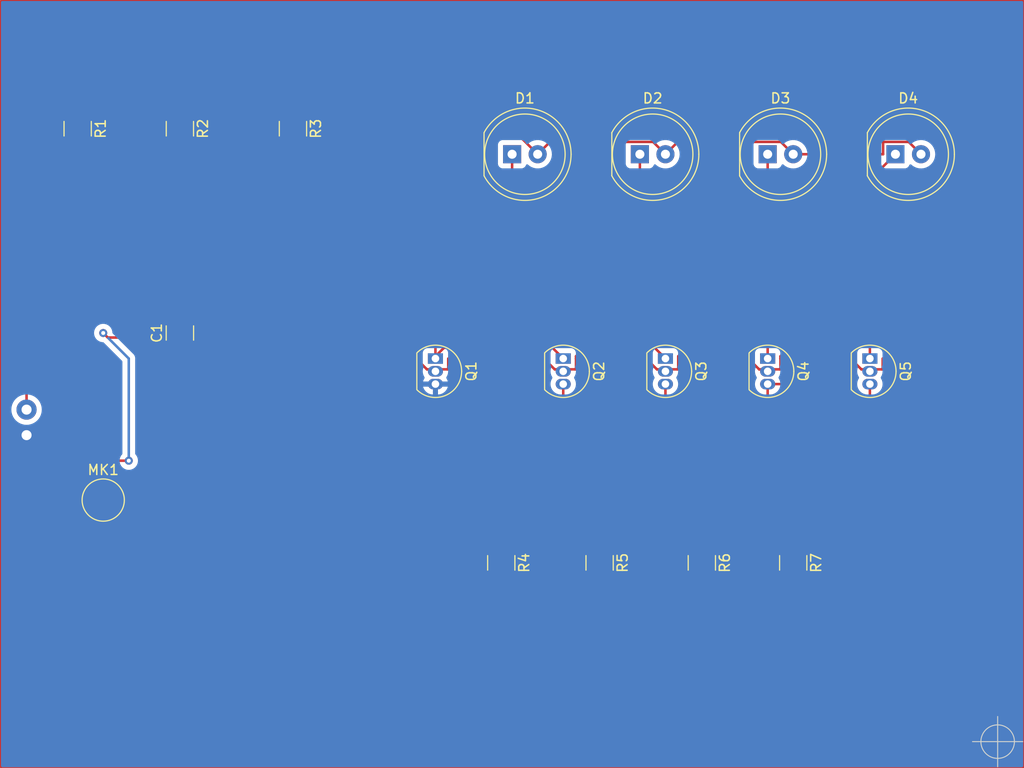
<source format=kicad_pcb>
(kicad_pcb (version 20211014) (generator pcbnew)
  (layers (0 "F.Cu" signal) (31 "B.Cu" signal) (34 "B.Paste" user) (35 "F.Paste" user) (36 "B.SilkS" user "B.Silkscreen") (37 "F.SilkS" user "F.Silkscreen") (38 "B.Mask" user) (39 "F.Mask" user) (44 "Edge.Cuts" user))
  (net 0 "")
  (net 1 "Net-(C1-Pad1)")
  (net 2 "Net-(C1-Pad2)")
  (net 3 "Net-(D1-Pad1)")
  (net 4 "+9V")
  (net 5 "Net-(D2-Pad1)")
  (net 6 "Net-(D3-Pad1)")
  (net 7 "Net-(D4-Pad1)")
  (net 8 "GND")
  (net 9 "Net-(Q1-Pad1)")
  (net 10 "Net-(Q2-Pad3)")
  (net 11 "Net-(Q3-Pad3)")
  (net 12 "Net-(Q4-Pad3)")
  (net 13 "Net-(Q5-Pad3)")
  (net 14 "Net-(R1-Pad2)")
  (footprint "Sensor_Audio:CUI_CMC-4013-SMT" (layer "F.Cu") (at 165.1 128.375)
    (fp_text reference "MK1" (at 0 -3) (layer "F.SilkS"))
    (fp_text value "Microphone")
    (fp_circle (center 0 0) (end 2.1 0) (layer "F.SilkS") (width 0.12) (fill none))
    (pad "1" smd custom locked (at 0 -1.375) (size 0.75 0.75) (layers "F.Cu" "F.Paste" "F.Mask") (net 8 "GND") (options (clearance outline) (anchor circle)) (primitives (gr_circle (center 0 1.375) (end 1.375 1.375) (width 0.75))))
    (pad "2" smd circle locked (at 0 0) (size 1 1) (layers "F.Cu" "F.Paste" "F.Mask") (net 1 "Net-(C1-Pad1)"))
  )
  (footprint "LED_THT:LED_D8.0mm" (layer "F.Cu") (at 231.14 93.98)
    (fp_text reference "D3" (at 1.27 -5.56) (layer "F.SilkS"))
    (fp_text value "LED")
    (fp_line (start -2.79 -2.142) (end -2.79 2.142) (layer "F.SilkS") (width 0.12))
    (fp_arc (start -2.79 -2.141145) (mid 2.373119 -4.455472) (end 5.86 0.000486) (layer "F.SilkS") (width 0.12))
    (fp_arc (start 5.86 -0.000486) (mid 2.373119 4.455472) (end -2.79 2.141145) (layer "F.SilkS") (width 0.12))
    (fp_circle (center 1.27 0) (end 5.27 0) (layer "F.SilkS") (width 0.12) (fill none))
    (pad "1" thru_hole rect locked (at 0 0) (size 1.8 1.8) (drill 0.9) (layers *.Cu *.Mask) (net 6 "Net-(D3-Pad1)"))
    (pad "2" thru_hole circle locked (at 2.54 0) (size 1.8 1.8) (drill 0.9) (layers *.Cu *.Mask) (net 4 "+9V"))
  )
  (footprint "Resistor_SMD:R_1210_3225Metric" (layer "F.Cu") (at 183.9575 91.44 -90)
    (fp_text reference "R3" (at 0 -2.28 90) (layer "F.SilkS"))
    (fp_text value "10k")
    (fp_line (start -0.723737 1.355) (end 0.723737 1.355) (layer "F.SilkS") (width 0.12))
    (fp_line (start -0.723737 -1.355) (end 0.723737 -1.355) (layer "F.SilkS") (width 0.12))
    (pad "1" smd roundrect locked (at -1.4625 0 270) (size 1.125 2.65) (layers "F.Cu" "F.Paste" "F.Mask") (roundrect_rratio 0.2222222222) (net 4 "+9V"))
    (pad "2" smd roundrect locked (at 1.4625 0 270) (size 1.125 2.65) (layers "F.Cu" "F.Paste" "F.Mask") (roundrect_rratio 0.2222222222) (net 9 "Net-(Q1-Pad1)"))
  )
  (footprint "Package_TO_SOT_THT:TO-92_Inline" (layer "F.Cu") (at 231.14 114.3 -90)
    (fp_text reference "Q4" (at 1.27 -3.56 90) (layer "F.SilkS"))
    (fp_text value "BC547")
    (fp_line (start -0.53 1.85) (end 3.07 1.85) (layer "F.SilkS") (width 0.12))
    (fp_arc (start 1.27 -2.6) (mid 3.672087 -0.994977) (end 3.108478 1.838478) (layer "F.SilkS") (width 0.12))
    (fp_arc (start -0.568478 1.838478) (mid -1.132087 -0.994977) (end 1.27 -2.6) (layer "F.SilkS") (width 0.12))
    (pad "1" thru_hole rect locked (at 0 0 270) (size 1.05 1.5) (drill 0.75) (layers *.Cu *.Mask) (net 6 "Net-(D3-Pad1)"))
    (pad "2" thru_hole oval locked (at 1.27 0 270) (size 1.05 1.5) (drill 0.75) (layers *.Cu *.Mask) (net 9 "Net-(Q1-Pad1)"))
    (pad "3" thru_hole oval locked (at 2.54 0 270) (size 1.05 1.5) (drill 0.75) (layers *.Cu *.Mask) (net 12 "Net-(Q4-Pad3)"))
  )
  (footprint "Package_TO_SOT_THT:TO-92_Inline" (layer "F.Cu") (at 220.98 114.3 -90)
    (fp_text reference "Q3" (at 1.27 -3.56 90) (layer "F.SilkS"))
    (fp_text value "BC547")
    (fp_line (start -0.53 1.85) (end 3.07 1.85) (layer "F.SilkS") (width 0.12))
    (fp_arc (start -0.568478 1.838478) (mid -1.132087 -0.994977) (end 1.27 -2.6) (layer "F.SilkS") (width 0.12))
    (fp_arc (start 1.27 -2.6) (mid 3.672087 -0.994977) (end 3.108478 1.838478) (layer "F.SilkS") (width 0.12))
    (pad "1" thru_hole rect locked (at 0 0 270) (size 1.05 1.5) (drill 0.75) (layers *.Cu *.Mask) (net 5 "Net-(D2-Pad1)"))
    (pad "2" thru_hole oval locked (at 1.27 0 270) (size 1.05 1.5) (drill 0.75) (layers *.Cu *.Mask) (net 9 "Net-(Q1-Pad1)"))
    (pad "3" thru_hole oval locked (at 2.54 0 270) (size 1.05 1.5) (drill 0.75) (layers *.Cu *.Mask) (net 11 "Net-(Q3-Pad3)"))
  )
  (footprint "LED_THT:LED_D8.0mm" (layer "F.Cu") (at 243.84 93.98)
    (fp_text reference "D4" (at 1.27 -5.56) (layer "F.SilkS"))
    (fp_text value "LED")
    (fp_line (start -2.79 -2.142) (end -2.79 2.142) (layer "F.SilkS") (width 0.12))
    (fp_arc (start -2.79 -2.141145) (mid 2.373119 -4.455472) (end 5.86 0.000486) (layer "F.SilkS") (width 0.12))
    (fp_arc (start 5.86 -0.000486) (mid 2.373119 4.455472) (end -2.79 2.141145) (layer "F.SilkS") (width 0.12))
    (fp_circle (center 1.27 0) (end 5.27 0) (layer "F.SilkS") (width 0.12) (fill none))
    (pad "1" thru_hole rect locked (at 0 0) (size 1.8 1.8) (drill 0.9) (layers *.Cu *.Mask) (net 7 "Net-(D4-Pad1)"))
    (pad "2" thru_hole circle locked (at 2.54 0) (size 1.8 1.8) (drill 0.9) (layers *.Cu *.Mask) (net 4 "+9V"))
  )
  (footprint "LED_THT:LED_D8.0mm" (layer "F.Cu") (at 218.44 93.98)
    (fp_text reference "D2" (at 1.27 -5.56) (layer "F.SilkS"))
    (fp_text value "LED")
    (fp_line (start -2.79 -2.142) (end -2.79 2.142) (layer "F.SilkS") (width 0.12))
    (fp_arc (start -2.79 -2.141145) (mid 2.373119 -4.455472) (end 5.86 0.000486) (layer "F.SilkS") (width 0.12))
    (fp_arc (start 5.86 -0.000486) (mid 2.373119 4.455472) (end -2.79 2.141145) (layer "F.SilkS") (width 0.12))
    (fp_circle (center 1.27 0) (end 5.27 0) (layer "F.SilkS") (width 0.12) (fill none))
    (pad "1" thru_hole rect locked (at 0 0) (size 1.8 1.8) (drill 0.9) (layers *.Cu *.Mask) (net 5 "Net-(D2-Pad1)"))
    (pad "2" thru_hole circle locked (at 2.54 0) (size 1.8 1.8) (drill 0.9) (layers *.Cu *.Mask) (net 4 "+9V"))
  )
  (footprint "Package_TO_SOT_THT:TO-92_Inline" (layer "F.Cu") (at 241.3 114.3 -90)
    (fp_text reference "Q5" (at 1.27 -3.56 90) (layer "F.SilkS"))
    (fp_text value "BC547")
    (fp_line (start -0.53 1.85) (end 3.07 1.85) (layer "F.SilkS") (width 0.12))
    (fp_arc (start -0.568478 1.838478) (mid -1.132087 -0.994977) (end 1.27 -2.6) (layer "F.SilkS") (width 0.12))
    (fp_arc (start 1.27 -2.6) (mid 3.672087 -0.994977) (end 3.108478 1.838478) (layer "F.SilkS") (width 0.12))
    (pad "1" thru_hole rect locked (at 0 0 270) (size 1.05 1.5) (drill 0.75) (layers *.Cu *.Mask) (net 7 "Net-(D4-Pad1)"))
    (pad "2" thru_hole oval locked (at 1.27 0 270) (size 1.05 1.5) (drill 0.75) (layers *.Cu *.Mask) (net 9 "Net-(Q1-Pad1)"))
    (pad "3" thru_hole oval locked (at 2.54 0 270) (size 1.05 1.5) (drill 0.75) (layers *.Cu *.Mask) (net 13 "Net-(Q5-Pad3)"))
  )
  (footprint "Package_TO_SOT_THT:TO-92_Inline" (layer "F.Cu") (at 198.12 114.3 -90)
    (fp_text reference "Q1" (at 1.27 -3.56 90) (layer "F.SilkS"))
    (fp_text value "BC547")
    (fp_line (start -0.53 1.85) (end 3.07 1.85) (layer "F.SilkS") (width 0.12))
    (fp_arc (start -0.568478 1.838478) (mid -1.132087 -0.994977) (end 1.27 -2.6) (layer "F.SilkS") (width 0.12))
    (fp_arc (start 1.27 -2.6) (mid 3.672087 -0.994977) (end 3.108478 1.838478) (layer "F.SilkS") (width 0.12))
    (pad "1" thru_hole rect locked (at 0 0 270) (size 1.05 1.5) (drill 0.75) (layers *.Cu *.Mask) (net 9 "Net-(Q1-Pad1)"))
    (pad "2" thru_hole oval locked (at 1.27 0 270) (size 1.05 1.5) (drill 0.75) (layers *.Cu *.Mask) (net 2 "Net-(C1-Pad2)"))
    (pad "3" thru_hole oval locked (at 2.54 0 270) (size 1.05 1.5) (drill 0.75) (layers *.Cu *.Mask) (net 8 "GND"))
  )
  (footprint "LED_THT:LED_D8.0mm" (layer "F.Cu") (at 205.74 93.98)
    (fp_text reference "D1" (at 1.27 -5.56) (layer "F.SilkS"))
    (fp_text value "LED")
    (fp_line (start -2.79 -2.142) (end -2.79 2.142) (layer "F.SilkS") (width 0.12))
    (fp_arc (start 5.86 -0.000486) (mid 2.373119 4.455472) (end -2.79 2.141145) (layer "F.SilkS") (width 0.12))
    (fp_arc (start -2.79 -2.141145) (mid 2.373119 -4.455472) (end 5.86 0.000486) (layer "F.SilkS") (width 0.12))
    (fp_circle (center 1.27 0) (end 5.27 0) (layer "F.SilkS") (width 0.12) (fill none))
    (pad "1" thru_hole rect locked (at 0 0) (size 1.8 1.8) (drill 0.9) (layers *.Cu *.Mask) (net 3 "Net-(D1-Pad1)"))
    (pad "2" thru_hole circle locked (at 2.54 0) (size 1.8 1.8) (drill 0.9) (layers *.Cu *.Mask) (net 4 "+9V"))
  )
  (footprint "Resistor_SMD:R_1210_3225Metric" (layer "F.Cu") (at 233.68 134.62 -90)
    (fp_text reference "R7" (at 0 -2.28 90) (layer "F.SilkS"))
    (fp_text value "1k")
    (fp_line (start -0.723737 1.355) (end 0.723737 1.355) (layer "F.SilkS") (width 0.12))
    (fp_line (start -0.723737 -1.355) (end 0.723737 -1.355) (layer "F.SilkS") (width 0.12))
    (pad "1" smd roundrect locked (at -1.4625 0 270) (size 1.125 2.65) (layers "F.Cu" "F.Paste" "F.Mask") (roundrect_rratio 0.2222222222) (net 13 "Net-(Q5-Pad3)"))
    (pad "2" smd roundrect locked (at 1.4625 0 270) (size 1.125 2.65) (layers "F.Cu" "F.Paste" "F.Mask") (roundrect_rratio 0.2222222222) (net 8 "GND"))
  )
  (footprint "Resistor_SMD:R_1210_3225Metric" (layer "F.Cu") (at 162.56 91.44 -90)
    (fp_text reference "R1" (at 0 -2.28 90) (layer "F.SilkS"))
    (fp_text value "10k")
    (fp_line (start -0.723737 -1.355) (end 0.723737 -1.355) (layer "F.SilkS") (width 0.12))
    (fp_line (start -0.723737 1.355) (end 0.723737 1.355) (layer "F.SilkS") (width 0.12))
    (pad "1" smd roundrect locked (at -1.4625 0 270) (size 1.125 2.65) (layers "F.Cu" "F.Paste" "F.Mask") (roundrect_rratio 0.2222222222) (net 4 "+9V"))
    (pad "2" smd roundrect locked (at 1.4625 0 270) (size 1.125 2.65) (layers "F.Cu" "F.Paste" "F.Mask") (roundrect_rratio 0.2222222222) (net 1 "Net-(C1-Pad1)"))
  )
  (footprint "Capacitor_SMD:C_1210_3225Metric" (layer "F.Cu") (at 172.72 111.76 90)
    (fp_text reference "C1" (at 0 -2.3 90) (layer "F.SilkS"))
    (fp_text value "100n")
    (fp_line (start -0.711252 -1.36) (end 0.711252 -1.36) (layer "F.SilkS") (width 0.12))
    (fp_line (start -0.711252 1.36) (end 0.711252 1.36) (layer "F.SilkS") (width 0.12))
    (pad "1" smd roundrect locked (at -1.475 0 90) (size 1.15 2.7) (layers "F.Cu" "F.Paste" "F.Mask") (roundrect_rratio 0.2173913043) (net 1 "Net-(C1-Pad1)"))
    (pad "2" smd roundrect locked (at 1.475 0 90) (size 1.15 2.7) (layers "F.Cu" "F.Paste" "F.Mask") (roundrect_rratio 0.2173913043) (net 2 "Net-(C1-Pad2)"))
  )
  (footprint "Package_TO_SOT_THT:TO-92_Inline" (layer "F.Cu") (at 210.82 114.3 -90)
    (fp_text reference "Q2" (at 1.27 -3.56 90) (layer "F.SilkS"))
    (fp_text value "BC547")
    (fp_line (start -0.53 1.85) (end 3.07 1.85) (layer "F.SilkS") (width 0.12))
    (fp_arc (start -0.568478 1.838478) (mid -1.132087 -0.994977) (end 1.27 -2.6) (layer "F.SilkS") (width 0.12))
    (fp_arc (start 1.27 -2.6) (mid 3.672087 -0.994977) (end 3.108478 1.838478) (layer "F.SilkS") (width 0.12))
    (pad "1" thru_hole rect locked (at 0 0 270) (size 1.05 1.5) (drill 0.75) (layers *.Cu *.Mask) (net 3 "Net-(D1-Pad1)"))
    (pad "2" thru_hole oval locked (at 1.27 0 270) (size 1.05 1.5) (drill 0.75) (layers *.Cu *.Mask) (net 9 "Net-(Q1-Pad1)"))
    (pad "3" thru_hole oval locked (at 2.54 0 270) (size 1.05 1.5) (drill 0.75) (layers *.Cu *.Mask) (net 10 "Net-(Q2-Pad3)"))
  )
  (footprint "Resistor_SMD:R_1210_3225Metric" (layer "F.Cu") (at 224.5975 134.62 -90)
    (fp_text reference "R6" (at 0 -2.28 90) (layer "F.SilkS"))
    (fp_text value "1k")
    (fp_line (start -0.723737 -1.355) (end 0.723737 -1.355) (layer "F.SilkS") (width 0.12))
    (fp_line (start -0.723737 1.355) (end 0.723737 1.355) (layer "F.SilkS") (width 0.12))
    (pad "1" smd roundrect locked (at -1.4625 0 270) (size 1.125 2.65) (layers "F.Cu" "F.Paste" "F.Mask") (roundrect_rratio 0.2222222222) (net 12 "Net-(Q4-Pad3)"))
    (pad "2" smd roundrect locked (at 1.4625 0 270) (size 1.125 2.65) (layers "F.Cu" "F.Paste" "F.Mask") (roundrect_rratio 0.2222222222) (net 8 "GND"))
  )
  (footprint "Resistor_SMD:R_1210_3225Metric" (layer "F.Cu") (at 204.6625 134.62 -90)
    (fp_text reference "R4" (at 0 -2.28 90) (layer "F.SilkS"))
    (fp_text value "1k")
    (fp_line (start -0.723737 1.355) (end 0.723737 1.355) (layer "F.SilkS") (width 0.12))
    (fp_line (start -0.723737 -1.355) (end 0.723737 -1.355) (layer "F.SilkS") (width 0.12))
    (pad "1" smd roundrect locked (at -1.4625 0 270) (size 1.125 2.65) (layers "F.Cu" "F.Paste" "F.Mask") (roundrect_rratio 0.2222222222) (net 10 "Net-(Q2-Pad3)"))
    (pad "2" smd roundrect locked (at 1.4625 0 270) (size 1.125 2.65) (layers "F.Cu" "F.Paste" "F.Mask") (roundrect_rratio 0.2222222222) (net 8 "GND"))
  )
  (footprint "Resistor_SMD:R_1210_3225Metric" (layer "F.Cu") (at 172.72 91.44 -90)
    (fp_text reference "R2" (at 0 -2.28 90) (layer "F.SilkS"))
    (fp_text value "1M")
    (fp_line (start -0.723737 -1.355) (end 0.723737 -1.355) (layer "F.SilkS") (width 0.12))
    (fp_line (start -0.723737 1.355) (end 0.723737 1.355) (layer "F.SilkS") (width 0.12))
    (pad "1" smd roundrect locked (at -1.4625 0 270) (size 1.125 2.65) (layers "F.Cu" "F.Paste" "F.Mask") (roundrect_rratio 0.2222222222) (net 4 "+9V"))
    (pad "2" smd roundrect locked (at 1.4625 0 270) (size 1.125 2.65) (layers "F.Cu" "F.Paste" "F.Mask") (roundrect_rratio 0.2222222222) (net 2 "Net-(C1-Pad2)"))
  )
  (footprint "Resistor_SMD:R_1210_3225Metric" (layer "F.Cu") (at 214.4375 134.62 -90)
    (fp_text reference "R5" (at 0 -2.28 90) (layer "F.SilkS"))
    (fp_text value "1k")
    (fp_line (start -0.723737 -1.355) (end 0.723737 -1.355) (layer "F.SilkS") (width 0.12))
    (fp_line (start -0.723737 1.355) (end 0.723737 1.355) (layer "F.SilkS") (width 0.12))
    (pad "1" smd roundrect locked (at -1.4625 0 270) (size 1.125 2.65) (layers "F.Cu" "F.Paste" "F.Mask") (roundrect_rratio 0.2222222222) (net 11 "Net-(Q3-Pad3)"))
    (pad "2" smd roundrect locked (at 1.4625 0 270) (size 1.125 2.65) (layers "F.Cu" "F.Paste" "F.Mask") (roundrect_rratio 0.2222222222) (net 8 "GND"))
  )
  (gr_line (start 256.54 78.74) (end 154.94 78.74) (layer "F.Cu") (width 0.2))
  (gr_line (start 256.54 154.94) (end 256.54 78.74) (layer "F.Cu") (width 0.2))
  (gr_line (start 154.94 154.94) (end 154.94 78.74) (layer "F.Cu") (width 0.2))
  (gr_line (start 154.94 154.94) (end 256.54 154.94) (layer "F.Cu") (width 0.2))
  (target plus (at 254 152.4) (size 5) (width 0.1) (layer "Edge.Cuts"))
  (segment (start 162.56 103.075) (end 171.245 111.76) (width 0.25) (layer "F.Cu") (net 1))
  (segment (start 162.56 92.9025) (end 162.56 103.075) (width 0.25) (layer "F.Cu") (net 1))
  (segment (start 193.655978 111.76) (end 197.270489 115.374511) (width 0.25) (layer "F.Cu") (net 2))
  (segment (start 165.54952 112.20952) (end 172.27048 112.20952) (width 0.25) (layer "F.Cu") (net 2))
  (segment (start 174.195 94.3775) (end 172.72 92.9025) (width 0.25) (layer "F.Cu") (net 2))
  (segment (start 174.195 111.76) (end 174.195 94.3775) (width 0.25) (layer "F.Cu") (net 2))
  (segment (start 199.315489 115.374511) (end 199.39 115.3) (width 0.25) (layer "F.Cu") (net 2))
  (segment (start 165.1 111.76) (end 165.54952 112.20952) (width 0.25) (layer "F.Cu") (net 2))
  (segment (start 172.27048 112.20952) (end 172.72 111.76) (width 0.25) (layer "F.Cu") (net 2))
  (segment (start 172.72 111.76) (end 172.72 110.285) (width 0.25) (layer "F.Cu") (net 2))
  (segment (start 174.195 95.045) (end 174.195 94.3775) (width 0.25) (layer "F.Cu") (net 2))
  (segment (start 199.39 115.3) (end 199.39 114.3) (width 0.25) (layer "F.Cu") (net 2))
  (segment (start 197.270489 115.374511) (end 199.315489 115.374511) (width 0.25) (layer "F.Cu") (net 2))
  (segment (start 174.195 111.76) (end 193.655978 111.76) (width 0.25) (layer "F.Cu") (net 2))
  (via (at 165.1 111.76) (size 0.8) (drill 0.4) (layers "F.Cu" "B.Cu") (net 2))
  (segment (start 205.74 93.98) (end 205.74 109.22) (width 0.25) (layer "F.Cu") (net 3))
  (segment (start 205.74 109.22) (end 210.82 114.3) (width 0.25) (layer "F.Cu") (net 3))
  (segment (start 219.755489 92.755489) (end 220.98 93.98) (width 0.25) (layer "F.Cu") (net 4))
  (segment (start 222.204511 92.755489) (end 232.455489 92.755489) (width 0.25) (layer "F.Cu") (net 4))
  (segment (start 209.504511 92.755489) (end 219.755489 92.755489) (width 0.25) (layer "F.Cu") (net 4))
  (segment (start 220.98 93.98) (end 222.204511 92.755489) (width 0.25) (layer "F.Cu") (net 4))
  (segment (start 233.68 93.98) (end 242.615489 93.98) (width 0.25) (layer "F.Cu") (net 4))
  (segment (start 242.615489 92.755489) (end 245.155489 92.755489) (width 0.25) (layer "F.Cu") (net 4))
  (segment (start 172.72 89.9775) (end 183.9575 89.9775) (width 0.25) (layer "F.Cu") (net 4))
  (segment (start 232.455489 92.755489) (end 233.68 93.98) (width 0.25) (layer "F.Cu") (net 4))
  (segment (start 157.48 119.38) (end 157.48 95.0575) (width 0.25) (layer "F.Cu") (net 4))
  (segment (start 183.9575 89.9775) (end 204.2775 89.9775) (width 0.25) (layer "F.Cu") (net 4))
  (segment (start 162.56 89.9775) (end 172.72 89.9775) (width 0.25) (layer "F.Cu") (net 4))
  (segment (start 208.28 93.98) (end 209.504511 92.755489) (width 0.25) (layer "F.Cu") (net 4))
  (segment (start 242.615489 93.98) (end 242.615489 92.755489) (width 0.25) (layer "F.Cu") (net 4))
  (segment (start 157.48 95.0575) (end 162.56 89.9775) (width 0.25) (layer "F.Cu") (net 4))
  (segment (start 245.155489 92.755489) (end 246.38 93.98) (width 0.25) (layer "F.Cu") (net 4))
  (segment (start 204.2775 89.9775) (end 208.28 93.98) (width 0.25) (layer "F.Cu") (net 4))
  (via (at 157.48 119.38) (size 2) (drill 1) (layers "F.Cu" "B.Cu") (net 4))
  (segment (start 218.44 111.76) (end 220.98 114.3) (width 0.25) (layer "F.Cu") (net 5))
  (segment (start 218.44 93.98) (end 218.44 111.76) (width 0.25) (layer "F.Cu") (net 5))
  (segment (start 231.14 93.98) (end 231.14 114.3) (width 0.25) (layer "F.Cu") (net 6))
  (segment (start 243.84 93.98) (end 241.3 96.52) (width 0.25) (layer "F.Cu") (net 7))
  (segment (start 241.3 96.52) (end 241.3 114.3) (width 0.25) (layer "F.Cu") (net 7))
  (segment (start 214.4375 136.0825) (end 204.6625 136.0825) (width 0.25) (layer "F.Cu") (net 8))
  (segment (start 195.58 127) (end 204.6625 136.0825) (width 0.25) (layer "F.Cu") (net 8))
  (segment (start 198.12 129.54) (end 200.66 132.08) (width 0.25) (layer "F.Cu") (net 8))
  (segment (start 157.48 121.92) (end 162.56 127) (width 0.25) (layer "F.Cu") (net 8))
  (segment (start 165.1 127) (end 195.58 127) (width 0.25) (layer "F.Cu") (net 8))
  (segment (start 162.56 127) (end 165.1 127) (width 0.25) (layer "F.Cu") (net 8))
  (segment (start 198.12 129.54) (end 198.12 116.84) (width 0.25) (layer "F.Cu") (net 8))
  (segment (start 200.66 132.08) (end 204.6625 136.0825) (width 0.25) (layer "F.Cu") (net 8))
  (segment (start 195.58 127) (end 198.12 129.54) (width 0.25) (layer "F.Cu") (net 8))
  (segment (start 233.68 136.0825) (end 224.5975 136.0825) (width 0.25) (layer "F.Cu") (net 8))
  (segment (start 224.5975 136.0825) (end 214.4375 136.0825) (width 0.25) (layer "F.Cu") (net 8))
  (via (at 157.48 121.92) (size 2) (drill 1) (layers "F.Cu" "B.Cu") (net 8))
  (segment (start 212.09 115.3) (end 212.09 114.3) (width 0.25) (layer "F.Cu") (net 9))
  (segment (start 209.970489 115.374511) (end 212.015489 115.374511) (width 0.25) (layer "F.Cu") (net 9))
  (segment (start 183.9575 92.9025) (end 198.12 107.065) (width 0.25) (layer "F.Cu") (net 9))
  (segment (start 233.25952 113.22548) (end 238.301458 113.22548) (width 0.25) (layer "F.Cu") (net 9))
  (segment (start 242.57 115.3) (end 242.57 114.3) (width 0.25) (layer "F.Cu") (net 9))
  (segment (start 198.12 114.075) (end 198.96952 113.22548) (width 0.25) (layer "F.Cu") (net 9))
  (segment (start 198.12 107.065) (end 198.12 114.3) (width 0.25) (layer "F.Cu") (net 9))
  (segment (start 228.141458 113.22548) (end 230.290489 115.374511) (width 0.25) (layer "F.Cu") (net 9))
  (segment (start 242.495489 115.374511) (end 242.57 115.3) (width 0.25) (layer "F.Cu") (net 9))
  (segment (start 232.41 115.3) (end 232.41 114.3) (width 0.25) (layer "F.Cu") (net 9))
  (segment (start 222.25 114.075) (end 223.09952 113.22548) (width 0.25) (layer "F.Cu") (net 9))
  (segment (start 240.450489 115.374511) (end 242.495489 115.374511) (width 0.25) (layer "F.Cu") (net 9))
  (segment (start 207.821458 113.22548) (end 209.970489 115.374511) (width 0.25) (layer "F.Cu") (net 9))
  (segment (start 212.93952 113.22548) (end 217.981458 113.22548) (width 0.25) (layer "F.Cu") (net 9))
  (segment (start 212.09 114.075) (end 212.93952 113.22548) (width 0.25) (layer "F.Cu") (net 9))
  (segment (start 222.25 115.3) (end 222.25 114.3) (width 0.25) (layer "F.Cu") (net 9))
  (segment (start 212.09 114.3) (end 212.09 114.075) (width 0.25) (layer "F.Cu") (net 9))
  (segment (start 222.25 114.3) (end 222.25 114.075) (width 0.25) (layer "F.Cu") (net 9))
  (segment (start 238.301458 113.22548) (end 240.450489 115.374511) (width 0.25) (layer "F.Cu") (net 9))
  (segment (start 222.175489 115.374511) (end 222.25 115.3) (width 0.25) (layer "F.Cu") (net 9))
  (segment (start 198.12 114.3) (end 198.12 114.075) (width 0.25) (layer "F.Cu") (net 9))
  (segment (start 232.41 114.075) (end 233.25952 113.22548) (width 0.25) (layer "F.Cu") (net 9))
  (segment (start 230.290489 115.374511) (end 232.335489 115.374511) (width 0.25) (layer "F.Cu") (net 9))
  (segment (start 212.015489 115.374511) (end 212.09 115.3) (width 0.25) (layer "F.Cu") (net 9))
  (segment (start 232.41 114.3) (end 232.41 114.075) (width 0.25) (layer "F.Cu") (net 9))
  (segment (start 217.981458 113.22548) (end 220.130489 115.374511) (width 0.25) (layer "F.Cu") (net 9))
  (segment (start 198.96952 113.22548) (end 207.821458 113.22548) (width 0.25) (layer "F.Cu") (net 9))
  (segment (start 232.335489 115.374511) (end 232.41 115.3) (width 0.25) (layer "F.Cu") (net 9))
  (segment (start 223.09952 113.22548) (end 228.141458 113.22548) (width 0.25) (layer "F.Cu") (net 9))
  (segment (start 220.130489 115.374511) (end 222.175489 115.374511) (width 0.25) (layer "F.Cu") (net 9))
  (segment (start 210.82 127) (end 204.6625 133.1575) (width 0.25) (layer "F.Cu") (net 10))
  (segment (start 210.82 116.84) (end 210.82 127) (width 0.25) (layer "F.Cu") (net 10))
  (segment (start 220.98 126.615) (end 214.4375 133.1575) (width 0.25) (layer "F.Cu") (net 11))
  (segment (start 220.98 116.84) (end 220.98 126.615) (width 0.25) (layer "F.Cu") (net 11))
  (segment (start 231.14 116.84) (end 233.68 116.84) (width 0.25) (layer "F.Cu") (net 12))
  (segment (start 231.14 126.615) (end 224.5975 133.1575) (width 0.25) (layer "F.Cu") (net 12))
  (segment (start 231.14 116.84) (end 231.14 126.615) (width 0.25) (layer "F.Cu") (net 12))
  (segment (start 241.3 116.84) (end 241.3 125.5375) (width 0.25) (layer "F.Cu") (net 13))
  (segment (start 241.3 125.5375) (end 233.68 133.1575) (width 0.25) (layer "F.Cu") (net 13))
  (segment (start 164.035327 126.497817) (end 164.153545 126.497817) (width 0.25) (layer "F.Cu") (net 14))
  (segment (start 165.1 124.46) (end 163.062183 126.497817) (width 0.25) (layer "F.Cu") (net 14))
  (segment (start 163.062183 126.497817) (end 164.153545 126.497817) (width 0.25) (layer "F.Cu") (net 14))
  (segment (start 167.64 124.46) (end 165.1 124.46) (width 0.25) (layer "F.Cu") (net 14))
  (via (at 167.64 124.46) (size 0.8) (drill 0.4) (layers "F.Cu" "B.Cu") (net 14))
  (segment (start 167.64 124.46) (end 167.64 114.3) (width 0.25) (layer "B.Cu") (net 14))
  (segment (start 167.64 114.3) (end 165.612307 112.272307) (width 0.25) (layer "B.Cu") (net 14))
  (zone (net 8) (net_name "GND") (layer "B.Cu") (connect_pads (clearance 0.508)) (min_thickness 0.254) (fill yes (thermal_gap 0.508) (thermal_bridge_width 0.508))
    (polygon (pts (xy 256.54 154.94) (xy 154.94 154.94) (xy 154.94 78.74) (xy 256.54 78.74)))
  )
)
</source>
